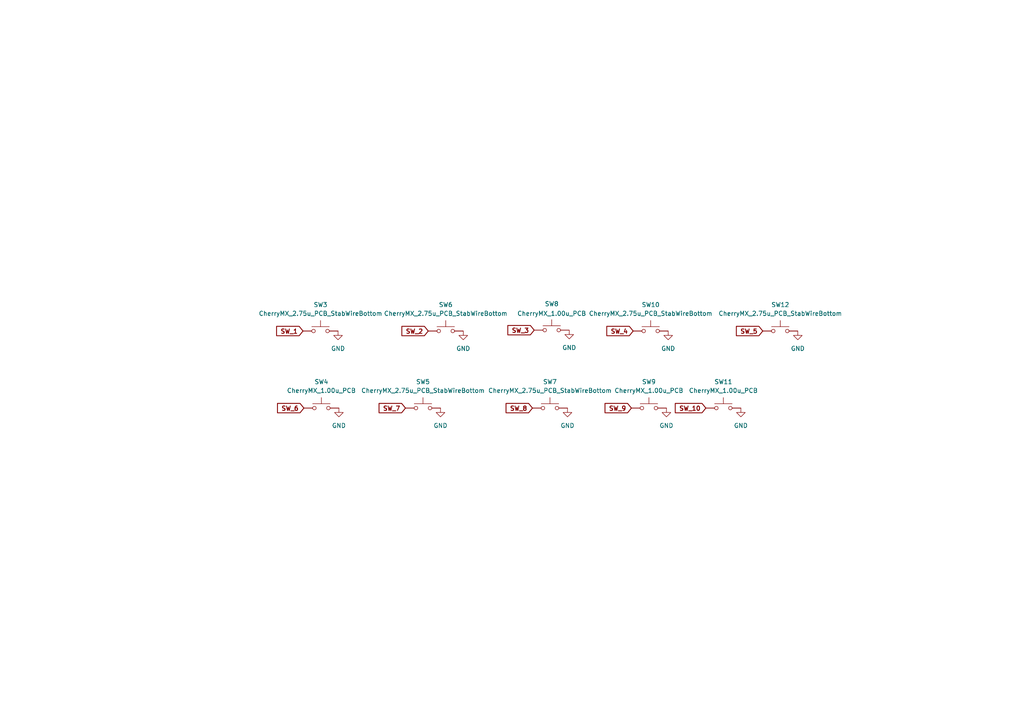
<source format=kicad_sch>
(kicad_sch (version 20211123) (generator eeschema)

  (uuid e816e828-4a99-4a6d-8b5d-6af900195cb7)

  (paper "A4")

  (lib_symbols
    (symbol "Switch:SW_Push" (pin_numbers hide) (pin_names (offset 1.016) hide) (in_bom yes) (on_board yes)
      (property "Reference" "SW" (id 0) (at 1.27 2.54 0)
        (effects (font (size 1.27 1.27)) (justify left))
      )
      (property "Value" "SW_Push" (id 1) (at 0 -1.524 0)
        (effects (font (size 1.27 1.27)))
      )
      (property "Footprint" "" (id 2) (at 0 5.08 0)
        (effects (font (size 1.27 1.27)) hide)
      )
      (property "Datasheet" "~" (id 3) (at 0 5.08 0)
        (effects (font (size 1.27 1.27)) hide)
      )
      (property "ki_keywords" "switch normally-open pushbutton push-button" (id 4) (at 0 0 0)
        (effects (font (size 1.27 1.27)) hide)
      )
      (property "ki_description" "Push button switch, generic, two pins" (id 5) (at 0 0 0)
        (effects (font (size 1.27 1.27)) hide)
      )
      (symbol "SW_Push_0_1"
        (circle (center -2.032 0) (radius 0.508)
          (stroke (width 0) (type default) (color 0 0 0 0))
          (fill (type none))
        )
        (polyline
          (pts
            (xy 0 1.27)
            (xy 0 3.048)
          )
          (stroke (width 0) (type default) (color 0 0 0 0))
          (fill (type none))
        )
        (polyline
          (pts
            (xy 2.54 1.27)
            (xy -2.54 1.27)
          )
          (stroke (width 0) (type default) (color 0 0 0 0))
          (fill (type none))
        )
        (circle (center 2.032 0) (radius 0.508)
          (stroke (width 0) (type default) (color 0 0 0 0))
          (fill (type none))
        )
        (pin passive line (at -5.08 0 0) (length 2.54)
          (name "1" (effects (font (size 1.27 1.27))))
          (number "1" (effects (font (size 1.27 1.27))))
        )
        (pin passive line (at 5.08 0 180) (length 2.54)
          (name "2" (effects (font (size 1.27 1.27))))
          (number "2" (effects (font (size 1.27 1.27))))
        )
      )
    )
    (symbol "power:GND" (power) (pin_names (offset 0)) (in_bom yes) (on_board yes)
      (property "Reference" "#PWR" (id 0) (at 0 -6.35 0)
        (effects (font (size 1.27 1.27)) hide)
      )
      (property "Value" "GND" (id 1) (at 0 -3.81 0)
        (effects (font (size 1.27 1.27)))
      )
      (property "Footprint" "" (id 2) (at 0 0 0)
        (effects (font (size 1.27 1.27)) hide)
      )
      (property "Datasheet" "" (id 3) (at 0 0 0)
        (effects (font (size 1.27 1.27)) hide)
      )
      (property "ki_keywords" "power-flag" (id 4) (at 0 0 0)
        (effects (font (size 1.27 1.27)) hide)
      )
      (property "ki_description" "Power symbol creates a global label with name \"GND\" , ground" (id 5) (at 0 0 0)
        (effects (font (size 1.27 1.27)) hide)
      )
      (symbol "GND_0_1"
        (polyline
          (pts
            (xy 0 0)
            (xy 0 -1.27)
            (xy 1.27 -1.27)
            (xy 0 -2.54)
            (xy -1.27 -1.27)
            (xy 0 -1.27)
          )
          (stroke (width 0) (type default) (color 0 0 0 0))
          (fill (type none))
        )
      )
      (symbol "GND_1_1"
        (pin power_in line (at 0 0 270) (length 0) hide
          (name "GND" (effects (font (size 1.27 1.27))))
          (number "1" (effects (font (size 1.27 1.27))))
        )
      )
    )
  )


  (global_label "SW_10" (shape input) (at 204.724 118.364 180) (fields_autoplaced)
    (effects (font (size 1.27 1.27) bold) (justify right))
    (uuid 03617337-0624-4431-a2de-86c87f0ea659)
    (property "Intersheet References" "${INTERSHEET_REFS}" (id 0) (at 196.0729 118.237 0)
      (effects (font (size 1.27 1.27) bold) (justify right) hide)
    )
  )
  (global_label "SW_5" (shape input) (at 221.234 96.012 180) (fields_autoplaced)
    (effects (font (size 1.27 1.27) bold) (justify right))
    (uuid 1c3da74b-0a19-4fd1-9245-9f78df9d2d0b)
    (property "Intersheet References" "${INTERSHEET_REFS}" (id 0) (at 213.7924 95.885 0)
      (effects (font (size 1.27 1.27) bold) (justify right) hide)
    )
  )
  (global_label "SW_4" (shape input) (at 183.642 96.012 180) (fields_autoplaced)
    (effects (font (size 1.27 1.27) bold) (justify right))
    (uuid 482b7ac1-29d4-4ee3-97b1-5609b8773a8e)
    (property "Intersheet References" "${INTERSHEET_REFS}" (id 0) (at 176.2004 95.885 0)
      (effects (font (size 1.27 1.27) bold) (justify right) hide)
    )
  )
  (global_label "SW_1" (shape input) (at 87.884 96.012 180) (fields_autoplaced)
    (effects (font (size 1.27 1.27) bold) (justify right))
    (uuid 573aa384-9cf3-4bf8-8902-0f15888a27e3)
    (property "Intersheet References" "${INTERSHEET_REFS}" (id 0) (at 80.4424 95.885 0)
      (effects (font (size 1.27 1.27) bold) (justify right) hide)
    )
  )
  (global_label "SW_2" (shape input) (at 124.206 96.012 180) (fields_autoplaced)
    (effects (font (size 1.27 1.27) bold) (justify right))
    (uuid 6190d159-a5e2-4f52-8507-5a19fd2fba61)
    (property "Intersheet References" "${INTERSHEET_REFS}" (id 0) (at 116.7644 95.885 0)
      (effects (font (size 1.27 1.27) bold) (justify right) hide)
    )
  )
  (global_label "SW_8" (shape input) (at 154.432 118.364 180) (fields_autoplaced)
    (effects (font (size 1.27 1.27) bold) (justify right))
    (uuid 6a269815-c939-40ec-ac5c-d91533c394e2)
    (property "Intersheet References" "${INTERSHEET_REFS}" (id 0) (at 146.9904 118.237 0)
      (effects (font (size 1.27 1.27) bold) (justify right) hide)
    )
  )
  (global_label "SW_9" (shape input) (at 183.134 118.364 180) (fields_autoplaced)
    (effects (font (size 1.27 1.27) bold) (justify right))
    (uuid 771d8ef0-955b-4175-a90f-1a441395efb4)
    (property "Intersheet References" "${INTERSHEET_REFS}" (id 0) (at 175.6924 118.237 0)
      (effects (font (size 1.27 1.27) bold) (justify right) hide)
    )
  )
  (global_label "SW_7" (shape input) (at 117.602 118.364 180) (fields_autoplaced)
    (effects (font (size 1.27 1.27) bold) (justify right))
    (uuid cd471769-3411-4891-97f0-4501d54ffd2d)
    (property "Intersheet References" "${INTERSHEET_REFS}" (id 0) (at 110.1604 118.237 0)
      (effects (font (size 1.27 1.27) bold) (justify right) hide)
    )
  )
  (global_label "SW_3" (shape input) (at 154.94 95.758 180) (fields_autoplaced)
    (effects (font (size 1.27 1.27) bold) (justify right))
    (uuid dc151bb3-0608-4893-821b-efbb413ccec9)
    (property "Intersheet References" "${INTERSHEET_REFS}" (id 0) (at 147.4984 95.631 0)
      (effects (font (size 1.27 1.27) bold) (justify right) hide)
    )
  )
  (global_label "SW_6" (shape input) (at 88.138 118.364 180) (fields_autoplaced)
    (effects (font (size 1.27 1.27) bold) (justify right))
    (uuid ddcf9016-7fcd-4384-9e92-579b5d1f688d)
    (property "Intersheet References" "${INTERSHEET_REFS}" (id 0) (at 80.6964 118.237 0)
      (effects (font (size 1.27 1.27) bold) (justify right) hide)
    )
  )

  (symbol (lib_id "power:GND") (at 164.592 118.364 0) (unit 1)
    (in_bom yes) (on_board yes) (fields_autoplaced)
    (uuid 25e72b25-4dc3-48ad-ab2e-d7ff74c6afb7)
    (property "Reference" "#PWR032" (id 0) (at 164.592 124.714 0)
      (effects (font (size 1.27 1.27)) hide)
    )
    (property "Value" "GND" (id 1) (at 164.592 123.444 0))
    (property "Footprint" "" (id 2) (at 164.592 118.364 0)
      (effects (font (size 1.27 1.27)) hide)
    )
    (property "Datasheet" "" (id 3) (at 164.592 118.364 0)
      (effects (font (size 1.27 1.27)) hide)
    )
    (pin "1" (uuid 51d67290-a97a-4d80-8325-f5b8b4f7ff87))
  )

  (symbol (lib_id "Switch:SW_Push") (at 188.722 96.012 0) (unit 1)
    (in_bom yes) (on_board yes) (fields_autoplaced)
    (uuid 44508ef7-f7b1-48f0-a13f-5877d43f6432)
    (property "Reference" "SW10" (id 0) (at 188.722 88.392 0))
    (property "Value" "CherryMX_2.75u_PCB_StabWireBottom" (id 1) (at 188.722 90.932 0))
    (property "Footprint" "Button_Switch_Keyboard:SW_Cherry_MX_2.75u_PCB" (id 2) (at 188.722 90.932 0)
      (effects (font (size 1.27 1.27)) hide)
    )
    (property "Datasheet" "~" (id 3) (at 188.722 90.932 0)
      (effects (font (size 1.27 1.27)) hide)
    )
    (pin "1" (uuid ad2b492a-b87e-4f52-8b8e-ee061256242c))
    (pin "2" (uuid d2dbc9b3-ee6c-4ce0-9600-c48e33ea3491))
  )

  (symbol (lib_id "Switch:SW_Push") (at 226.314 96.012 0) (unit 1)
    (in_bom yes) (on_board yes) (fields_autoplaced)
    (uuid 481475e9-1226-46d3-a5cf-3ea75697baef)
    (property "Reference" "SW12" (id 0) (at 226.314 88.392 0))
    (property "Value" "CherryMX_2.75u_PCB_StabWireBottom" (id 1) (at 226.314 90.932 0))
    (property "Footprint" "Button_Switch_Keyboard:SW_Cherry_MX_2.75u_PCB" (id 2) (at 226.314 90.932 0)
      (effects (font (size 1.27 1.27)) hide)
    )
    (property "Datasheet" "~" (id 3) (at 226.314 90.932 0)
      (effects (font (size 1.27 1.27)) hide)
    )
    (pin "1" (uuid e2e81569-fb11-47f9-83bd-761d623ad28c))
    (pin "2" (uuid a9f13ffc-603c-4cf6-8726-f46123dcae74))
  )

  (symbol (lib_id "Switch:SW_Push") (at 129.286 96.012 0) (unit 1)
    (in_bom yes) (on_board yes) (fields_autoplaced)
    (uuid 541f0f9f-7ba8-4110-a5f3-e8ddc90f6d9d)
    (property "Reference" "SW6" (id 0) (at 129.286 88.392 0))
    (property "Value" "CherryMX_2.75u_PCB_StabWireBottom" (id 1) (at 129.286 90.932 0))
    (property "Footprint" "Button_Switch_Keyboard:SW_Cherry_MX_2.75u_PCB" (id 2) (at 129.286 90.932 0)
      (effects (font (size 1.27 1.27)) hide)
    )
    (property "Datasheet" "~" (id 3) (at 129.286 90.932 0)
      (effects (font (size 1.27 1.27)) hide)
    )
    (pin "1" (uuid d1b71fc2-e4a2-4ce0-b9ab-777e238d6248))
    (pin "2" (uuid d878601b-7d0d-45e1-ba1c-d76f5950f71b))
  )

  (symbol (lib_id "power:GND") (at 193.294 118.364 0) (unit 1)
    (in_bom yes) (on_board yes) (fields_autoplaced)
    (uuid 54bc25a4-4100-4266-ae43-50222945caf4)
    (property "Reference" "#PWR034" (id 0) (at 193.294 124.714 0)
      (effects (font (size 1.27 1.27)) hide)
    )
    (property "Value" "GND" (id 1) (at 193.294 123.444 0))
    (property "Footprint" "" (id 2) (at 193.294 118.364 0)
      (effects (font (size 1.27 1.27)) hide)
    )
    (property "Datasheet" "" (id 3) (at 193.294 118.364 0)
      (effects (font (size 1.27 1.27)) hide)
    )
    (pin "1" (uuid 77365932-7fe3-4e8c-834a-cc8b2b3a53ff))
  )

  (symbol (lib_id "power:GND") (at 134.366 96.012 0) (unit 1)
    (in_bom yes) (on_board yes) (fields_autoplaced)
    (uuid 58b6b512-a78c-4e2f-b71b-c00f32759e3f)
    (property "Reference" "#PWR031" (id 0) (at 134.366 102.362 0)
      (effects (font (size 1.27 1.27)) hide)
    )
    (property "Value" "GND" (id 1) (at 134.366 101.092 0))
    (property "Footprint" "" (id 2) (at 134.366 96.012 0)
      (effects (font (size 1.27 1.27)) hide)
    )
    (property "Datasheet" "" (id 3) (at 134.366 96.012 0)
      (effects (font (size 1.27 1.27)) hide)
    )
    (pin "1" (uuid 4e7b9cdd-8f46-484b-9d07-c411e96bf6b0))
  )

  (symbol (lib_id "Switch:SW_Push") (at 93.218 118.364 0) (unit 1)
    (in_bom yes) (on_board yes) (fields_autoplaced)
    (uuid 5a75dd35-989f-4006-9947-1dc78d26b094)
    (property "Reference" "SW4" (id 0) (at 93.218 110.744 0))
    (property "Value" "CherryMX_1.00u_PCB" (id 1) (at 93.218 113.284 0))
    (property "Footprint" "Button_Switch_Keyboard:SW_Cherry_MX_1.00u_PCB" (id 2) (at 93.218 113.284 0)
      (effects (font (size 1.27 1.27)) hide)
    )
    (property "Datasheet" "~" (id 3) (at 93.218 113.284 0)
      (effects (font (size 1.27 1.27)) hide)
    )
    (pin "1" (uuid c00a89b0-901a-4bc6-91e8-ce312aabe150))
    (pin "2" (uuid b61d38f6-41c1-420a-acb5-57da1c7e6ed7))
  )

  (symbol (lib_id "power:GND") (at 214.884 118.364 0) (unit 1)
    (in_bom yes) (on_board yes) (fields_autoplaced)
    (uuid 5af74d8a-60b2-42da-bc66-12dd19fa1acb)
    (property "Reference" "#PWR036" (id 0) (at 214.884 124.714 0)
      (effects (font (size 1.27 1.27)) hide)
    )
    (property "Value" "GND" (id 1) (at 214.884 123.444 0))
    (property "Footprint" "" (id 2) (at 214.884 118.364 0)
      (effects (font (size 1.27 1.27)) hide)
    )
    (property "Datasheet" "" (id 3) (at 214.884 118.364 0)
      (effects (font (size 1.27 1.27)) hide)
    )
    (pin "1" (uuid a8c7485e-afbd-4b34-a4f5-7eab58bb0345))
  )

  (symbol (lib_id "power:GND") (at 127.762 118.364 0) (unit 1)
    (in_bom yes) (on_board yes) (fields_autoplaced)
    (uuid 6b3f5de2-89d8-4ff7-a07d-f1c58a7e74a7)
    (property "Reference" "#PWR030" (id 0) (at 127.762 124.714 0)
      (effects (font (size 1.27 1.27)) hide)
    )
    (property "Value" "GND" (id 1) (at 127.762 123.444 0))
    (property "Footprint" "" (id 2) (at 127.762 118.364 0)
      (effects (font (size 1.27 1.27)) hide)
    )
    (property "Datasheet" "" (id 3) (at 127.762 118.364 0)
      (effects (font (size 1.27 1.27)) hide)
    )
    (pin "1" (uuid 603e1714-cadd-49d2-b338-037a37ebd09b))
  )

  (symbol (lib_id "Switch:SW_Push") (at 122.682 118.364 0) (unit 1)
    (in_bom yes) (on_board yes)
    (uuid 6d7a3154-2069-4952-946a-7ddd86c198a8)
    (property "Reference" "SW5" (id 0) (at 122.682 110.744 0))
    (property "Value" "CherryMX_2.75u_PCB_StabWireBottom" (id 1) (at 122.682 113.284 0))
    (property "Footprint" "Button_Switch_Keyboard:SW_Cherry_MX_2.75u_PCB" (id 2) (at 122.682 113.284 0)
      (effects (font (size 1.27 1.27)) hide)
    )
    (property "Datasheet" "~" (id 3) (at 122.682 113.284 0)
      (effects (font (size 1.27 1.27)) hide)
    )
    (pin "1" (uuid bfbf779b-b834-47e4-8923-a17c7b811868))
    (pin "2" (uuid fb7c96d5-7196-474f-8e9e-90d7d7e85f57))
  )

  (symbol (lib_id "power:GND") (at 98.044 96.012 0) (unit 1)
    (in_bom yes) (on_board yes) (fields_autoplaced)
    (uuid 891db265-d07e-487a-84d8-85b7e22dded8)
    (property "Reference" "#PWR028" (id 0) (at 98.044 102.362 0)
      (effects (font (size 1.27 1.27)) hide)
    )
    (property "Value" "GND" (id 1) (at 98.044 101.092 0))
    (property "Footprint" "" (id 2) (at 98.044 96.012 0)
      (effects (font (size 1.27 1.27)) hide)
    )
    (property "Datasheet" "" (id 3) (at 98.044 96.012 0)
      (effects (font (size 1.27 1.27)) hide)
    )
    (pin "1" (uuid ac6251eb-c893-499f-a980-85c6276c0322))
  )

  (symbol (lib_id "power:GND") (at 231.394 96.012 0) (unit 1)
    (in_bom yes) (on_board yes) (fields_autoplaced)
    (uuid 8d0b7aa4-d4b5-4763-91cd-7f063f609dd4)
    (property "Reference" "#PWR037" (id 0) (at 231.394 102.362 0)
      (effects (font (size 1.27 1.27)) hide)
    )
    (property "Value" "GND" (id 1) (at 231.394 101.092 0))
    (property "Footprint" "" (id 2) (at 231.394 96.012 0)
      (effects (font (size 1.27 1.27)) hide)
    )
    (property "Datasheet" "" (id 3) (at 231.394 96.012 0)
      (effects (font (size 1.27 1.27)) hide)
    )
    (pin "1" (uuid 2b65b2a1-ba72-41d8-8546-2286aa2f5d97))
  )

  (symbol (lib_id "power:GND") (at 165.1 95.758 0) (unit 1)
    (in_bom yes) (on_board yes) (fields_autoplaced)
    (uuid a29611bd-f651-4765-91df-a93052a5f0bc)
    (property "Reference" "#PWR033" (id 0) (at 165.1 102.108 0)
      (effects (font (size 1.27 1.27)) hide)
    )
    (property "Value" "GND" (id 1) (at 165.1 100.838 0))
    (property "Footprint" "" (id 2) (at 165.1 95.758 0)
      (effects (font (size 1.27 1.27)) hide)
    )
    (property "Datasheet" "" (id 3) (at 165.1 95.758 0)
      (effects (font (size 1.27 1.27)) hide)
    )
    (pin "1" (uuid 6ec48d7e-5356-44db-8023-b11c239912ce))
  )

  (symbol (lib_id "Switch:SW_Push") (at 92.964 96.012 0) (unit 1)
    (in_bom yes) (on_board yes) (fields_autoplaced)
    (uuid bc210502-a70e-4504-871f-1889b89f9f9d)
    (property "Reference" "SW3" (id 0) (at 92.964 88.392 0))
    (property "Value" "CherryMX_2.75u_PCB_StabWireBottom" (id 1) (at 92.964 90.932 0))
    (property "Footprint" "Button_Switch_Keyboard:SW_Cherry_MX_2.75u_PCB" (id 2) (at 92.964 90.932 0)
      (effects (font (size 1.27 1.27)) hide)
    )
    (property "Datasheet" "~" (id 3) (at 92.964 90.932 0)
      (effects (font (size 1.27 1.27)) hide)
    )
    (pin "1" (uuid 926a55af-62ff-41f8-a93e-c73a9c963f8b))
    (pin "2" (uuid 79fd74a0-3172-45b1-b9ce-c7fb083649a1))
  )

  (symbol (lib_id "power:GND") (at 193.802 96.012 0) (unit 1)
    (in_bom yes) (on_board yes) (fields_autoplaced)
    (uuid bf60d640-d496-445e-9adc-69b463bb6443)
    (property "Reference" "#PWR035" (id 0) (at 193.802 102.362 0)
      (effects (font (size 1.27 1.27)) hide)
    )
    (property "Value" "GND" (id 1) (at 193.802 101.092 0))
    (property "Footprint" "" (id 2) (at 193.802 96.012 0)
      (effects (font (size 1.27 1.27)) hide)
    )
    (property "Datasheet" "" (id 3) (at 193.802 96.012 0)
      (effects (font (size 1.27 1.27)) hide)
    )
    (pin "1" (uuid 3bfd375f-f8ca-471e-bcd3-485cf1620c63))
  )

  (symbol (lib_id "power:GND") (at 98.298 118.364 0) (unit 1)
    (in_bom yes) (on_board yes) (fields_autoplaced)
    (uuid cfd8595d-85ee-4c6e-850d-54b2b08d4e30)
    (property "Reference" "#PWR029" (id 0) (at 98.298 124.714 0)
      (effects (font (size 1.27 1.27)) hide)
    )
    (property "Value" "GND" (id 1) (at 98.298 123.444 0))
    (property "Footprint" "" (id 2) (at 98.298 118.364 0)
      (effects (font (size 1.27 1.27)) hide)
    )
    (property "Datasheet" "" (id 3) (at 98.298 118.364 0)
      (effects (font (size 1.27 1.27)) hide)
    )
    (pin "1" (uuid 25c50223-36f5-438c-973d-b286ac2bbb02))
  )

  (symbol (lib_id "Switch:SW_Push") (at 209.804 118.364 0) (unit 1)
    (in_bom yes) (on_board yes) (fields_autoplaced)
    (uuid d1706fb2-f84d-4239-aa0d-b128961c3e0a)
    (property "Reference" "SW11" (id 0) (at 209.804 110.744 0))
    (property "Value" "CherryMX_1.00u_PCB" (id 1) (at 209.804 113.284 0))
    (property "Footprint" "Button_Switch_Keyboard:SW_Cherry_MX_1.00u_PCB" (id 2) (at 209.804 113.284 0)
      (effects (font (size 1.27 1.27)) hide)
    )
    (property "Datasheet" "~" (id 3) (at 209.804 113.284 0)
      (effects (font (size 1.27 1.27)) hide)
    )
    (pin "1" (uuid 903716ef-9281-4fb3-8052-1b71c4b810ca))
    (pin "2" (uuid 5c2b8863-9603-4dfa-bf29-b43ff6e6219f))
  )

  (symbol (lib_id "Switch:SW_Push") (at 159.512 118.364 0) (unit 1)
    (in_bom yes) (on_board yes) (fields_autoplaced)
    (uuid dad65c9a-3f18-413d-beed-f9c93447fd25)
    (property "Reference" "SW7" (id 0) (at 159.512 110.744 0))
    (property "Value" "CherryMX_2.75u_PCB_StabWireBottom" (id 1) (at 159.512 113.284 0))
    (property "Footprint" "Button_Switch_Keyboard:SW_Cherry_MX_2.75u_PCB" (id 2) (at 159.512 113.284 0)
      (effects (font (size 1.27 1.27)) hide)
    )
    (property "Datasheet" "~" (id 3) (at 159.512 113.284 0)
      (effects (font (size 1.27 1.27)) hide)
    )
    (pin "1" (uuid 60c05281-0988-4cdf-8df1-99294a9ec09a))
    (pin "2" (uuid 53d17448-f668-4c4c-ae4d-579e8a71f639))
  )

  (symbol (lib_id "Switch:SW_Push") (at 160.02 95.758 0) (unit 1)
    (in_bom yes) (on_board yes)
    (uuid efe6d9fe-d4a2-4d1c-968b-2e865ae5c6be)
    (property "Reference" "SW8" (id 0) (at 160.02 88.138 0))
    (property "Value" "CherryMX_1.00u_PCB" (id 1) (at 160.02 90.932 0))
    (property "Footprint" "Button_Switch_Keyboard:SW_Cherry_MX_1.00u_PCB" (id 2) (at 160.02 90.678 0)
      (effects (font (size 1.27 1.27)) hide)
    )
    (property "Datasheet" "~" (id 3) (at 160.02 90.678 0)
      (effects (font (size 1.27 1.27)) hide)
    )
    (pin "1" (uuid cb0c61a9-2613-47e0-8137-9424dda745fd))
    (pin "2" (uuid 549156b8-54d7-46e3-9f74-f3a3f4e000a6))
  )

  (symbol (lib_id "Switch:SW_Push") (at 188.214 118.364 0) (unit 1)
    (in_bom yes) (on_board yes) (fields_autoplaced)
    (uuid f763c178-6656-490d-9f35-e3daccf45be3)
    (property "Reference" "SW9" (id 0) (at 188.214 110.744 0))
    (property "Value" "CherryMX_1.00u_PCB" (id 1) (at 188.214 113.284 0))
    (property "Footprint" "Button_Switch_Keyboard:SW_Cherry_MX_1.00u_PCB" (id 2) (at 188.214 113.284 0)
      (effects (font (size 1.27 1.27)) hide)
    )
    (property "Datasheet" "~" (id 3) (at 188.214 113.284 0)
      (effects (font (size 1.27 1.27)) hide)
    )
    (pin "1" (uuid 67a33b7a-ef83-4d94-9b1f-ac41af5b1c23))
    (pin "2" (uuid a175b1a6-afeb-43a1-b725-bb9ecbe2deaf))
  )
)

</source>
